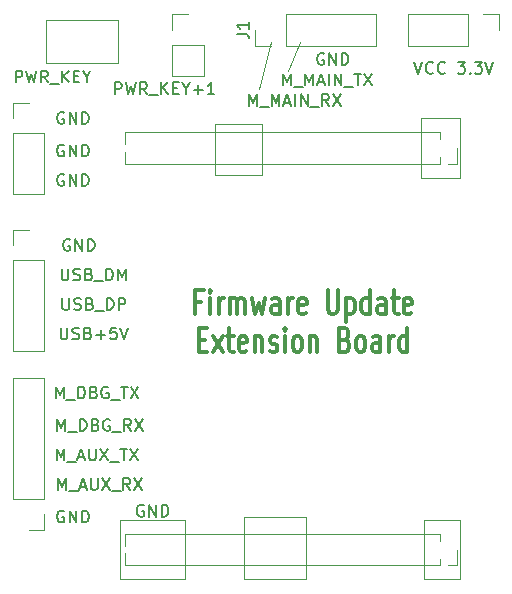
<source format=gbr>
G04 #@! TF.GenerationSoftware,KiCad,Pcbnew,5.99.0-unknown-a5c7d45~86~ubuntu18.04.1*
G04 #@! TF.CreationDate,2020-01-06T17:05:20-05:00*
G04 #@! TF.ProjectId,firmware_upgrade_extension_board,6669726d-7761-4726-955f-757067726164,rev?*
G04 #@! TF.SameCoordinates,Original*
G04 #@! TF.FileFunction,Legend,Top*
G04 #@! TF.FilePolarity,Positive*
%FSLAX46Y46*%
G04 Gerber Fmt 4.6, Leading zero omitted, Abs format (unit mm)*
G04 Created by KiCad (PCBNEW 5.99.0-unknown-a5c7d45~86~ubuntu18.04.1) date 2020-01-06 17:05:20*
%MOMM*%
%LPD*%
G04 APERTURE LIST*
%ADD10C,0.150000*%
%ADD11C,0.120000*%
%ADD12C,0.300000*%
G04 APERTURE END LIST*
D10*
X105988095Y-115750000D02*
X105892857Y-115702380D01*
X105750000Y-115702380D01*
X105607142Y-115750000D01*
X105511904Y-115845238D01*
X105464285Y-115940476D01*
X105416666Y-116130952D01*
X105416666Y-116273809D01*
X105464285Y-116464285D01*
X105511904Y-116559523D01*
X105607142Y-116654761D01*
X105750000Y-116702380D01*
X105845238Y-116702380D01*
X105988095Y-116654761D01*
X106035714Y-116607142D01*
X106035714Y-116273809D01*
X105845238Y-116273809D01*
X106464285Y-116702380D02*
X106464285Y-115702380D01*
X107035714Y-116702380D01*
X107035714Y-115702380D01*
X107511904Y-116702380D02*
X107511904Y-115702380D01*
X107750000Y-115702380D01*
X107892857Y-115750000D01*
X107988095Y-115845238D01*
X108035714Y-115940476D01*
X108083333Y-116130952D01*
X108083333Y-116273809D01*
X108035714Y-116464285D01*
X107988095Y-116559523D01*
X107892857Y-116654761D01*
X107750000Y-116702380D01*
X107511904Y-116702380D01*
X105285714Y-118202380D02*
X105285714Y-119011904D01*
X105333333Y-119107142D01*
X105380952Y-119154761D01*
X105476190Y-119202380D01*
X105666666Y-119202380D01*
X105761904Y-119154761D01*
X105809523Y-119107142D01*
X105857142Y-119011904D01*
X105857142Y-118202380D01*
X106285714Y-119154761D02*
X106428571Y-119202380D01*
X106666666Y-119202380D01*
X106761904Y-119154761D01*
X106809523Y-119107142D01*
X106857142Y-119011904D01*
X106857142Y-118916666D01*
X106809523Y-118821428D01*
X106761904Y-118773809D01*
X106666666Y-118726190D01*
X106476190Y-118678571D01*
X106380952Y-118630952D01*
X106333333Y-118583333D01*
X106285714Y-118488095D01*
X106285714Y-118392857D01*
X106333333Y-118297619D01*
X106380952Y-118250000D01*
X106476190Y-118202380D01*
X106714285Y-118202380D01*
X106857142Y-118250000D01*
X107619047Y-118678571D02*
X107761904Y-118726190D01*
X107809523Y-118773809D01*
X107857142Y-118869047D01*
X107857142Y-119011904D01*
X107809523Y-119107142D01*
X107761904Y-119154761D01*
X107666666Y-119202380D01*
X107285714Y-119202380D01*
X107285714Y-118202380D01*
X107619047Y-118202380D01*
X107714285Y-118250000D01*
X107761904Y-118297619D01*
X107809523Y-118392857D01*
X107809523Y-118488095D01*
X107761904Y-118583333D01*
X107714285Y-118630952D01*
X107619047Y-118678571D01*
X107285714Y-118678571D01*
X108047619Y-119297619D02*
X108809523Y-119297619D01*
X109047619Y-119202380D02*
X109047619Y-118202380D01*
X109285714Y-118202380D01*
X109428571Y-118250000D01*
X109523809Y-118345238D01*
X109571428Y-118440476D01*
X109619047Y-118630952D01*
X109619047Y-118773809D01*
X109571428Y-118964285D01*
X109523809Y-119059523D01*
X109428571Y-119154761D01*
X109285714Y-119202380D01*
X109047619Y-119202380D01*
X110047619Y-119202380D02*
X110047619Y-118202380D01*
X110380952Y-118916666D01*
X110714285Y-118202380D01*
X110714285Y-119202380D01*
X105357142Y-120702380D02*
X105357142Y-121511904D01*
X105404761Y-121607142D01*
X105452380Y-121654761D01*
X105547619Y-121702380D01*
X105738095Y-121702380D01*
X105833333Y-121654761D01*
X105880952Y-121607142D01*
X105928571Y-121511904D01*
X105928571Y-120702380D01*
X106357142Y-121654761D02*
X106500000Y-121702380D01*
X106738095Y-121702380D01*
X106833333Y-121654761D01*
X106880952Y-121607142D01*
X106928571Y-121511904D01*
X106928571Y-121416666D01*
X106880952Y-121321428D01*
X106833333Y-121273809D01*
X106738095Y-121226190D01*
X106547619Y-121178571D01*
X106452380Y-121130952D01*
X106404761Y-121083333D01*
X106357142Y-120988095D01*
X106357142Y-120892857D01*
X106404761Y-120797619D01*
X106452380Y-120750000D01*
X106547619Y-120702380D01*
X106785714Y-120702380D01*
X106928571Y-120750000D01*
X107690476Y-121178571D02*
X107833333Y-121226190D01*
X107880952Y-121273809D01*
X107928571Y-121369047D01*
X107928571Y-121511904D01*
X107880952Y-121607142D01*
X107833333Y-121654761D01*
X107738095Y-121702380D01*
X107357142Y-121702380D01*
X107357142Y-120702380D01*
X107690476Y-120702380D01*
X107785714Y-120750000D01*
X107833333Y-120797619D01*
X107880952Y-120892857D01*
X107880952Y-120988095D01*
X107833333Y-121083333D01*
X107785714Y-121130952D01*
X107690476Y-121178571D01*
X107357142Y-121178571D01*
X108119047Y-121797619D02*
X108880952Y-121797619D01*
X109119047Y-121702380D02*
X109119047Y-120702380D01*
X109357142Y-120702380D01*
X109500000Y-120750000D01*
X109595238Y-120845238D01*
X109642857Y-120940476D01*
X109690476Y-121130952D01*
X109690476Y-121273809D01*
X109642857Y-121464285D01*
X109595238Y-121559523D01*
X109500000Y-121654761D01*
X109357142Y-121702380D01*
X109119047Y-121702380D01*
X110119047Y-121702380D02*
X110119047Y-120702380D01*
X110500000Y-120702380D01*
X110595238Y-120750000D01*
X110642857Y-120797619D01*
X110690476Y-120892857D01*
X110690476Y-121035714D01*
X110642857Y-121130952D01*
X110595238Y-121178571D01*
X110500000Y-121226190D01*
X110119047Y-121226190D01*
X105214285Y-123202380D02*
X105214285Y-124011904D01*
X105261904Y-124107142D01*
X105309523Y-124154761D01*
X105404761Y-124202380D01*
X105595238Y-124202380D01*
X105690476Y-124154761D01*
X105738095Y-124107142D01*
X105785714Y-124011904D01*
X105785714Y-123202380D01*
X106214285Y-124154761D02*
X106357142Y-124202380D01*
X106595238Y-124202380D01*
X106690476Y-124154761D01*
X106738095Y-124107142D01*
X106785714Y-124011904D01*
X106785714Y-123916666D01*
X106738095Y-123821428D01*
X106690476Y-123773809D01*
X106595238Y-123726190D01*
X106404761Y-123678571D01*
X106309523Y-123630952D01*
X106261904Y-123583333D01*
X106214285Y-123488095D01*
X106214285Y-123392857D01*
X106261904Y-123297619D01*
X106309523Y-123250000D01*
X106404761Y-123202380D01*
X106642857Y-123202380D01*
X106785714Y-123250000D01*
X107547619Y-123678571D02*
X107690476Y-123726190D01*
X107738095Y-123773809D01*
X107785714Y-123869047D01*
X107785714Y-124011904D01*
X107738095Y-124107142D01*
X107690476Y-124154761D01*
X107595238Y-124202380D01*
X107214285Y-124202380D01*
X107214285Y-123202380D01*
X107547619Y-123202380D01*
X107642857Y-123250000D01*
X107690476Y-123297619D01*
X107738095Y-123392857D01*
X107738095Y-123488095D01*
X107690476Y-123583333D01*
X107642857Y-123630952D01*
X107547619Y-123678571D01*
X107214285Y-123678571D01*
X108214285Y-123821428D02*
X108976190Y-123821428D01*
X108595238Y-124202380D02*
X108595238Y-123440476D01*
X109928571Y-123202380D02*
X109452380Y-123202380D01*
X109404761Y-123678571D01*
X109452380Y-123630952D01*
X109547619Y-123583333D01*
X109785714Y-123583333D01*
X109880952Y-123630952D01*
X109928571Y-123678571D01*
X109976190Y-123773809D01*
X109976190Y-124011904D01*
X109928571Y-124107142D01*
X109880952Y-124154761D01*
X109785714Y-124202380D01*
X109547619Y-124202380D01*
X109452380Y-124154761D01*
X109404761Y-124107142D01*
X110261904Y-123202380D02*
X110595238Y-124202380D01*
X110928571Y-123202380D01*
D11*
X125500000Y-99000000D02*
X124500000Y-101500000D01*
X123000000Y-99000000D02*
X122000000Y-103000000D01*
D10*
X105000000Y-136952380D02*
X105000000Y-135952380D01*
X105333333Y-136666666D01*
X105666666Y-135952380D01*
X105666666Y-136952380D01*
X105904761Y-137047619D02*
X106666666Y-137047619D01*
X106857142Y-136666666D02*
X107333333Y-136666666D01*
X106761904Y-136952380D02*
X107095238Y-135952380D01*
X107428571Y-136952380D01*
X107761904Y-135952380D02*
X107761904Y-136761904D01*
X107809523Y-136857142D01*
X107857142Y-136904761D01*
X107952380Y-136952380D01*
X108142857Y-136952380D01*
X108238095Y-136904761D01*
X108285714Y-136857142D01*
X108333333Y-136761904D01*
X108333333Y-135952380D01*
X108714285Y-135952380D02*
X109380952Y-136952380D01*
X109380952Y-135952380D02*
X108714285Y-136952380D01*
X109523809Y-137047619D02*
X110285714Y-137047619D01*
X111095238Y-136952380D02*
X110761904Y-136476190D01*
X110523809Y-136952380D02*
X110523809Y-135952380D01*
X110904761Y-135952380D01*
X111000000Y-136000000D01*
X111047619Y-136047619D01*
X111095238Y-136142857D01*
X111095238Y-136285714D01*
X111047619Y-136380952D01*
X111000000Y-136428571D01*
X110904761Y-136476190D01*
X110523809Y-136476190D01*
X111428571Y-135952380D02*
X112095238Y-136952380D01*
X112095238Y-135952380D02*
X111428571Y-136952380D01*
X104869047Y-134452380D02*
X104869047Y-133452380D01*
X105202380Y-134166666D01*
X105535714Y-133452380D01*
X105535714Y-134452380D01*
X105773809Y-134547619D02*
X106535714Y-134547619D01*
X106726190Y-134166666D02*
X107202380Y-134166666D01*
X106630952Y-134452380D02*
X106964285Y-133452380D01*
X107297619Y-134452380D01*
X107630952Y-133452380D02*
X107630952Y-134261904D01*
X107678571Y-134357142D01*
X107726190Y-134404761D01*
X107821428Y-134452380D01*
X108011904Y-134452380D01*
X108107142Y-134404761D01*
X108154761Y-134357142D01*
X108202380Y-134261904D01*
X108202380Y-133452380D01*
X108583333Y-133452380D02*
X109250000Y-134452380D01*
X109250000Y-133452380D02*
X108583333Y-134452380D01*
X109392857Y-134547619D02*
X110154761Y-134547619D01*
X110250000Y-133452380D02*
X110821428Y-133452380D01*
X110535714Y-134452380D02*
X110535714Y-133452380D01*
X111059523Y-133452380D02*
X111726190Y-134452380D01*
X111726190Y-133452380D02*
X111059523Y-134452380D01*
X104928571Y-131952380D02*
X104928571Y-130952380D01*
X105261904Y-131666666D01*
X105595238Y-130952380D01*
X105595238Y-131952380D01*
X105833333Y-132047619D02*
X106595238Y-132047619D01*
X106833333Y-131952380D02*
X106833333Y-130952380D01*
X107071428Y-130952380D01*
X107214285Y-131000000D01*
X107309523Y-131095238D01*
X107357142Y-131190476D01*
X107404761Y-131380952D01*
X107404761Y-131523809D01*
X107357142Y-131714285D01*
X107309523Y-131809523D01*
X107214285Y-131904761D01*
X107071428Y-131952380D01*
X106833333Y-131952380D01*
X108166666Y-131428571D02*
X108309523Y-131476190D01*
X108357142Y-131523809D01*
X108404761Y-131619047D01*
X108404761Y-131761904D01*
X108357142Y-131857142D01*
X108309523Y-131904761D01*
X108214285Y-131952380D01*
X107833333Y-131952380D01*
X107833333Y-130952380D01*
X108166666Y-130952380D01*
X108261904Y-131000000D01*
X108309523Y-131047619D01*
X108357142Y-131142857D01*
X108357142Y-131238095D01*
X108309523Y-131333333D01*
X108261904Y-131380952D01*
X108166666Y-131428571D01*
X107833333Y-131428571D01*
X109357142Y-131000000D02*
X109261904Y-130952380D01*
X109119047Y-130952380D01*
X108976190Y-131000000D01*
X108880952Y-131095238D01*
X108833333Y-131190476D01*
X108785714Y-131380952D01*
X108785714Y-131523809D01*
X108833333Y-131714285D01*
X108880952Y-131809523D01*
X108976190Y-131904761D01*
X109119047Y-131952380D01*
X109214285Y-131952380D01*
X109357142Y-131904761D01*
X109404761Y-131857142D01*
X109404761Y-131523809D01*
X109214285Y-131523809D01*
X109595238Y-132047619D02*
X110357142Y-132047619D01*
X111166666Y-131952380D02*
X110833333Y-131476190D01*
X110595238Y-131952380D02*
X110595238Y-130952380D01*
X110976190Y-130952380D01*
X111071428Y-131000000D01*
X111119047Y-131047619D01*
X111166666Y-131142857D01*
X111166666Y-131285714D01*
X111119047Y-131380952D01*
X111071428Y-131428571D01*
X110976190Y-131476190D01*
X110595238Y-131476190D01*
X111500000Y-130952380D02*
X112166666Y-131952380D01*
X112166666Y-130952380D02*
X111500000Y-131952380D01*
D11*
X115750000Y-139500000D02*
X110250000Y-139500000D01*
X115750000Y-144500000D02*
X115750000Y-139500000D01*
X110250000Y-144500000D02*
X115750000Y-144500000D01*
X110250000Y-139500000D02*
X110250000Y-144500000D01*
X126000000Y-139250000D02*
X120750000Y-139250000D01*
X126000000Y-144500000D02*
X126000000Y-139250000D01*
X120750000Y-144500000D02*
X126000000Y-144500000D01*
X120750000Y-139250000D02*
X120750000Y-144500000D01*
X139000000Y-139500000D02*
X136000000Y-139500000D01*
X139000000Y-144500000D02*
X139000000Y-139500000D01*
X136000000Y-144500000D02*
X139000000Y-144500000D01*
X136000000Y-139500000D02*
X136000000Y-144500000D01*
X139000000Y-110500000D02*
X139000000Y-105500000D01*
X135750000Y-110500000D02*
X139000000Y-110500000D01*
X135750000Y-105500000D02*
X135750000Y-110500000D01*
X139000000Y-105500000D02*
X135750000Y-105500000D01*
X122250000Y-106000000D02*
X118250000Y-106000000D01*
X122250000Y-110250000D02*
X122250000Y-106000000D01*
X118250000Y-110250000D02*
X122250000Y-110250000D01*
X118250000Y-106000000D02*
X118250000Y-110250000D01*
D10*
X112238095Y-138250000D02*
X112142857Y-138202380D01*
X112000000Y-138202380D01*
X111857142Y-138250000D01*
X111761904Y-138345238D01*
X111714285Y-138440476D01*
X111666666Y-138630952D01*
X111666666Y-138773809D01*
X111714285Y-138964285D01*
X111761904Y-139059523D01*
X111857142Y-139154761D01*
X112000000Y-139202380D01*
X112095238Y-139202380D01*
X112238095Y-139154761D01*
X112285714Y-139107142D01*
X112285714Y-138773809D01*
X112095238Y-138773809D01*
X112714285Y-139202380D02*
X112714285Y-138202380D01*
X113285714Y-139202380D01*
X113285714Y-138202380D01*
X113761904Y-139202380D02*
X113761904Y-138202380D01*
X114000000Y-138202380D01*
X114142857Y-138250000D01*
X114238095Y-138345238D01*
X114285714Y-138440476D01*
X114333333Y-138630952D01*
X114333333Y-138773809D01*
X114285714Y-138964285D01*
X114238095Y-139059523D01*
X114142857Y-139154761D01*
X114000000Y-139202380D01*
X113761904Y-139202380D01*
X105488095Y-138750000D02*
X105392857Y-138702380D01*
X105250000Y-138702380D01*
X105107142Y-138750000D01*
X105011904Y-138845238D01*
X104964285Y-138940476D01*
X104916666Y-139130952D01*
X104916666Y-139273809D01*
X104964285Y-139464285D01*
X105011904Y-139559523D01*
X105107142Y-139654761D01*
X105250000Y-139702380D01*
X105345238Y-139702380D01*
X105488095Y-139654761D01*
X105535714Y-139607142D01*
X105535714Y-139273809D01*
X105345238Y-139273809D01*
X105964285Y-139702380D02*
X105964285Y-138702380D01*
X106535714Y-139702380D01*
X106535714Y-138702380D01*
X107011904Y-139702380D02*
X107011904Y-138702380D01*
X107250000Y-138702380D01*
X107392857Y-138750000D01*
X107488095Y-138845238D01*
X107535714Y-138940476D01*
X107583333Y-139130952D01*
X107583333Y-139273809D01*
X107535714Y-139464285D01*
X107488095Y-139559523D01*
X107392857Y-139654761D01*
X107250000Y-139702380D01*
X107011904Y-139702380D01*
X105488095Y-110250000D02*
X105392857Y-110202380D01*
X105250000Y-110202380D01*
X105107142Y-110250000D01*
X105011904Y-110345238D01*
X104964285Y-110440476D01*
X104916666Y-110630952D01*
X104916666Y-110773809D01*
X104964285Y-110964285D01*
X105011904Y-111059523D01*
X105107142Y-111154761D01*
X105250000Y-111202380D01*
X105345238Y-111202380D01*
X105488095Y-111154761D01*
X105535714Y-111107142D01*
X105535714Y-110773809D01*
X105345238Y-110773809D01*
X105964285Y-111202380D02*
X105964285Y-110202380D01*
X106535714Y-111202380D01*
X106535714Y-110202380D01*
X107011904Y-111202380D02*
X107011904Y-110202380D01*
X107250000Y-110202380D01*
X107392857Y-110250000D01*
X107488095Y-110345238D01*
X107535714Y-110440476D01*
X107583333Y-110630952D01*
X107583333Y-110773809D01*
X107535714Y-110964285D01*
X107488095Y-111059523D01*
X107392857Y-111154761D01*
X107250000Y-111202380D01*
X107011904Y-111202380D01*
X105488095Y-105000000D02*
X105392857Y-104952380D01*
X105250000Y-104952380D01*
X105107142Y-105000000D01*
X105011904Y-105095238D01*
X104964285Y-105190476D01*
X104916666Y-105380952D01*
X104916666Y-105523809D01*
X104964285Y-105714285D01*
X105011904Y-105809523D01*
X105107142Y-105904761D01*
X105250000Y-105952380D01*
X105345238Y-105952380D01*
X105488095Y-105904761D01*
X105535714Y-105857142D01*
X105535714Y-105523809D01*
X105345238Y-105523809D01*
X105964285Y-105952380D02*
X105964285Y-104952380D01*
X106535714Y-105952380D01*
X106535714Y-104952380D01*
X107011904Y-105952380D02*
X107011904Y-104952380D01*
X107250000Y-104952380D01*
X107392857Y-105000000D01*
X107488095Y-105095238D01*
X107535714Y-105190476D01*
X107583333Y-105380952D01*
X107583333Y-105523809D01*
X107535714Y-105714285D01*
X107488095Y-105809523D01*
X107392857Y-105904761D01*
X107250000Y-105952380D01*
X107011904Y-105952380D01*
X105488095Y-107750000D02*
X105392857Y-107702380D01*
X105250000Y-107702380D01*
X105107142Y-107750000D01*
X105011904Y-107845238D01*
X104964285Y-107940476D01*
X104916666Y-108130952D01*
X104916666Y-108273809D01*
X104964285Y-108464285D01*
X105011904Y-108559523D01*
X105107142Y-108654761D01*
X105250000Y-108702380D01*
X105345238Y-108702380D01*
X105488095Y-108654761D01*
X105535714Y-108607142D01*
X105535714Y-108273809D01*
X105345238Y-108273809D01*
X105964285Y-108702380D02*
X105964285Y-107702380D01*
X106535714Y-108702380D01*
X106535714Y-107702380D01*
X107011904Y-108702380D02*
X107011904Y-107702380D01*
X107250000Y-107702380D01*
X107392857Y-107750000D01*
X107488095Y-107845238D01*
X107535714Y-107940476D01*
X107583333Y-108130952D01*
X107583333Y-108273809D01*
X107535714Y-108464285D01*
X107488095Y-108559523D01*
X107392857Y-108654761D01*
X107250000Y-108702380D01*
X107011904Y-108702380D01*
X104797619Y-129202380D02*
X104797619Y-128202380D01*
X105130952Y-128916666D01*
X105464285Y-128202380D01*
X105464285Y-129202380D01*
X105702380Y-129297619D02*
X106464285Y-129297619D01*
X106702380Y-129202380D02*
X106702380Y-128202380D01*
X106940476Y-128202380D01*
X107083333Y-128250000D01*
X107178571Y-128345238D01*
X107226190Y-128440476D01*
X107273809Y-128630952D01*
X107273809Y-128773809D01*
X107226190Y-128964285D01*
X107178571Y-129059523D01*
X107083333Y-129154761D01*
X106940476Y-129202380D01*
X106702380Y-129202380D01*
X108035714Y-128678571D02*
X108178571Y-128726190D01*
X108226190Y-128773809D01*
X108273809Y-128869047D01*
X108273809Y-129011904D01*
X108226190Y-129107142D01*
X108178571Y-129154761D01*
X108083333Y-129202380D01*
X107702380Y-129202380D01*
X107702380Y-128202380D01*
X108035714Y-128202380D01*
X108130952Y-128250000D01*
X108178571Y-128297619D01*
X108226190Y-128392857D01*
X108226190Y-128488095D01*
X108178571Y-128583333D01*
X108130952Y-128630952D01*
X108035714Y-128678571D01*
X107702380Y-128678571D01*
X109226190Y-128250000D02*
X109130952Y-128202380D01*
X108988095Y-128202380D01*
X108845238Y-128250000D01*
X108750000Y-128345238D01*
X108702380Y-128440476D01*
X108654761Y-128630952D01*
X108654761Y-128773809D01*
X108702380Y-128964285D01*
X108750000Y-129059523D01*
X108845238Y-129154761D01*
X108988095Y-129202380D01*
X109083333Y-129202380D01*
X109226190Y-129154761D01*
X109273809Y-129107142D01*
X109273809Y-128773809D01*
X109083333Y-128773809D01*
X109464285Y-129297619D02*
X110226190Y-129297619D01*
X110321428Y-128202380D02*
X110892857Y-128202380D01*
X110607142Y-129202380D02*
X110607142Y-128202380D01*
X111130952Y-128202380D02*
X111797619Y-129202380D01*
X111797619Y-128202380D02*
X111130952Y-129202380D01*
X135166666Y-100702380D02*
X135500000Y-101702380D01*
X135833333Y-100702380D01*
X136738095Y-101607142D02*
X136690476Y-101654761D01*
X136547619Y-101702380D01*
X136452380Y-101702380D01*
X136309523Y-101654761D01*
X136214285Y-101559523D01*
X136166666Y-101464285D01*
X136119047Y-101273809D01*
X136119047Y-101130952D01*
X136166666Y-100940476D01*
X136214285Y-100845238D01*
X136309523Y-100750000D01*
X136452380Y-100702380D01*
X136547619Y-100702380D01*
X136690476Y-100750000D01*
X136738095Y-100797619D01*
X137738095Y-101607142D02*
X137690476Y-101654761D01*
X137547619Y-101702380D01*
X137452380Y-101702380D01*
X137309523Y-101654761D01*
X137214285Y-101559523D01*
X137166666Y-101464285D01*
X137119047Y-101273809D01*
X137119047Y-101130952D01*
X137166666Y-100940476D01*
X137214285Y-100845238D01*
X137309523Y-100750000D01*
X137452380Y-100702380D01*
X137547619Y-100702380D01*
X137690476Y-100750000D01*
X137738095Y-100797619D01*
X138833333Y-100702380D02*
X139452380Y-100702380D01*
X139119047Y-101083333D01*
X139261904Y-101083333D01*
X139357142Y-101130952D01*
X139404761Y-101178571D01*
X139452380Y-101273809D01*
X139452380Y-101511904D01*
X139404761Y-101607142D01*
X139357142Y-101654761D01*
X139261904Y-101702380D01*
X138976190Y-101702380D01*
X138880952Y-101654761D01*
X138833333Y-101607142D01*
X139880952Y-101607142D02*
X139928571Y-101654761D01*
X139880952Y-101702380D01*
X139833333Y-101654761D01*
X139880952Y-101607142D01*
X139880952Y-101702380D01*
X140261904Y-100702380D02*
X140880952Y-100702380D01*
X140547619Y-101083333D01*
X140690476Y-101083333D01*
X140785714Y-101130952D01*
X140833333Y-101178571D01*
X140880952Y-101273809D01*
X140880952Y-101511904D01*
X140833333Y-101607142D01*
X140785714Y-101654761D01*
X140690476Y-101702380D01*
X140404761Y-101702380D01*
X140309523Y-101654761D01*
X140261904Y-101607142D01*
X141166666Y-100702380D02*
X141500000Y-101702380D01*
X141833333Y-100702380D01*
X109809523Y-103452380D02*
X109809523Y-102452380D01*
X110190476Y-102452380D01*
X110285714Y-102500000D01*
X110333333Y-102547619D01*
X110380952Y-102642857D01*
X110380952Y-102785714D01*
X110333333Y-102880952D01*
X110285714Y-102928571D01*
X110190476Y-102976190D01*
X109809523Y-102976190D01*
X110714285Y-102452380D02*
X110952380Y-103452380D01*
X111142857Y-102738095D01*
X111333333Y-103452380D01*
X111571428Y-102452380D01*
X112523809Y-103452380D02*
X112190476Y-102976190D01*
X111952380Y-103452380D02*
X111952380Y-102452380D01*
X112333333Y-102452380D01*
X112428571Y-102500000D01*
X112476190Y-102547619D01*
X112523809Y-102642857D01*
X112523809Y-102785714D01*
X112476190Y-102880952D01*
X112428571Y-102928571D01*
X112333333Y-102976190D01*
X111952380Y-102976190D01*
X112714285Y-103547619D02*
X113476190Y-103547619D01*
X113714285Y-103452380D02*
X113714285Y-102452380D01*
X114285714Y-103452380D02*
X113857142Y-102880952D01*
X114285714Y-102452380D02*
X113714285Y-103023809D01*
X114714285Y-102928571D02*
X115047619Y-102928571D01*
X115190476Y-103452380D02*
X114714285Y-103452380D01*
X114714285Y-102452380D01*
X115190476Y-102452380D01*
X115809523Y-102976190D02*
X115809523Y-103452380D01*
X115476190Y-102452380D02*
X115809523Y-102976190D01*
X116142857Y-102452380D01*
X116476190Y-103071428D02*
X117238095Y-103071428D01*
X116857142Y-103452380D02*
X116857142Y-102690476D01*
X118238095Y-103452380D02*
X117666666Y-103452380D01*
X117952380Y-103452380D02*
X117952380Y-102452380D01*
X117857142Y-102595238D01*
X117761904Y-102690476D01*
X117666666Y-102738095D01*
X101404761Y-102452380D02*
X101404761Y-101452380D01*
X101785714Y-101452380D01*
X101880952Y-101500000D01*
X101928571Y-101547619D01*
X101976190Y-101642857D01*
X101976190Y-101785714D01*
X101928571Y-101880952D01*
X101880952Y-101928571D01*
X101785714Y-101976190D01*
X101404761Y-101976190D01*
X102309523Y-101452380D02*
X102547619Y-102452380D01*
X102738095Y-101738095D01*
X102928571Y-102452380D01*
X103166666Y-101452380D01*
X104119047Y-102452380D02*
X103785714Y-101976190D01*
X103547619Y-102452380D02*
X103547619Y-101452380D01*
X103928571Y-101452380D01*
X104023809Y-101500000D01*
X104071428Y-101547619D01*
X104119047Y-101642857D01*
X104119047Y-101785714D01*
X104071428Y-101880952D01*
X104023809Y-101928571D01*
X103928571Y-101976190D01*
X103547619Y-101976190D01*
X104309523Y-102547619D02*
X105071428Y-102547619D01*
X105309523Y-102452380D02*
X105309523Y-101452380D01*
X105880952Y-102452380D02*
X105452380Y-101880952D01*
X105880952Y-101452380D02*
X105309523Y-102023809D01*
X106309523Y-101928571D02*
X106642857Y-101928571D01*
X106785714Y-102452380D02*
X106309523Y-102452380D01*
X106309523Y-101452380D01*
X106785714Y-101452380D01*
X107404761Y-101976190D02*
X107404761Y-102452380D01*
X107071428Y-101452380D02*
X107404761Y-101976190D01*
X107738095Y-101452380D01*
X127488095Y-100000000D02*
X127392857Y-99952380D01*
X127250000Y-99952380D01*
X127107142Y-100000000D01*
X127011904Y-100095238D01*
X126964285Y-100190476D01*
X126916666Y-100380952D01*
X126916666Y-100523809D01*
X126964285Y-100714285D01*
X127011904Y-100809523D01*
X127107142Y-100904761D01*
X127250000Y-100952380D01*
X127345238Y-100952380D01*
X127488095Y-100904761D01*
X127535714Y-100857142D01*
X127535714Y-100523809D01*
X127345238Y-100523809D01*
X127964285Y-100952380D02*
X127964285Y-99952380D01*
X128535714Y-100952380D01*
X128535714Y-99952380D01*
X129011904Y-100952380D02*
X129011904Y-99952380D01*
X129250000Y-99952380D01*
X129392857Y-100000000D01*
X129488095Y-100095238D01*
X129535714Y-100190476D01*
X129583333Y-100380952D01*
X129583333Y-100523809D01*
X129535714Y-100714285D01*
X129488095Y-100809523D01*
X129392857Y-100904761D01*
X129250000Y-100952380D01*
X129011904Y-100952380D01*
X124035714Y-102702380D02*
X124035714Y-101702380D01*
X124369047Y-102416666D01*
X124702380Y-101702380D01*
X124702380Y-102702380D01*
X124940476Y-102797619D02*
X125702380Y-102797619D01*
X125940476Y-102702380D02*
X125940476Y-101702380D01*
X126273809Y-102416666D01*
X126607142Y-101702380D01*
X126607142Y-102702380D01*
X127035714Y-102416666D02*
X127511904Y-102416666D01*
X126940476Y-102702380D02*
X127273809Y-101702380D01*
X127607142Y-102702380D01*
X127940476Y-102702380D02*
X127940476Y-101702380D01*
X128416666Y-102702380D02*
X128416666Y-101702380D01*
X128988095Y-102702380D01*
X128988095Y-101702380D01*
X129226190Y-102797619D02*
X129988095Y-102797619D01*
X130083333Y-101702380D02*
X130654761Y-101702380D01*
X130369047Y-102702380D02*
X130369047Y-101702380D01*
X130892857Y-101702380D02*
X131559523Y-102702380D01*
X131559523Y-101702380D02*
X130892857Y-102702380D01*
X121166666Y-104452380D02*
X121166666Y-103452380D01*
X121500000Y-104166666D01*
X121833333Y-103452380D01*
X121833333Y-104452380D01*
X122071428Y-104547619D02*
X122833333Y-104547619D01*
X123071428Y-104452380D02*
X123071428Y-103452380D01*
X123404761Y-104166666D01*
X123738095Y-103452380D01*
X123738095Y-104452380D01*
X124166666Y-104166666D02*
X124642857Y-104166666D01*
X124071428Y-104452380D02*
X124404761Y-103452380D01*
X124738095Y-104452380D01*
X125071428Y-104452380D02*
X125071428Y-103452380D01*
X125547619Y-104452380D02*
X125547619Y-103452380D01*
X126119047Y-104452380D01*
X126119047Y-103452380D01*
X126357142Y-104547619D02*
X127119047Y-104547619D01*
X127928571Y-104452380D02*
X127595238Y-103976190D01*
X127357142Y-104452380D02*
X127357142Y-103452380D01*
X127738095Y-103452380D01*
X127833333Y-103500000D01*
X127880952Y-103547619D01*
X127928571Y-103642857D01*
X127928571Y-103785714D01*
X127880952Y-103880952D01*
X127833333Y-103928571D01*
X127738095Y-103976190D01*
X127357142Y-103976190D01*
X128261904Y-103452380D02*
X128928571Y-104452380D01*
X128928571Y-103452380D02*
X128261904Y-104452380D01*
D12*
X117107142Y-120997142D02*
X116607142Y-120997142D01*
X116607142Y-122044761D02*
X116607142Y-120044761D01*
X117321428Y-120044761D01*
X117892857Y-122044761D02*
X117892857Y-120711428D01*
X117892857Y-120044761D02*
X117821428Y-120140000D01*
X117892857Y-120235238D01*
X117964285Y-120140000D01*
X117892857Y-120044761D01*
X117892857Y-120235238D01*
X118607142Y-122044761D02*
X118607142Y-120711428D01*
X118607142Y-121092380D02*
X118678571Y-120901904D01*
X118750000Y-120806666D01*
X118892857Y-120711428D01*
X119035714Y-120711428D01*
X119535714Y-122044761D02*
X119535714Y-120711428D01*
X119535714Y-120901904D02*
X119607142Y-120806666D01*
X119750000Y-120711428D01*
X119964285Y-120711428D01*
X120107142Y-120806666D01*
X120178571Y-120997142D01*
X120178571Y-122044761D01*
X120178571Y-120997142D02*
X120250000Y-120806666D01*
X120392857Y-120711428D01*
X120607142Y-120711428D01*
X120750000Y-120806666D01*
X120821428Y-120997142D01*
X120821428Y-122044761D01*
X121392857Y-120711428D02*
X121678571Y-122044761D01*
X121964285Y-121092380D01*
X122250000Y-122044761D01*
X122535714Y-120711428D01*
X123750000Y-122044761D02*
X123750000Y-120997142D01*
X123678571Y-120806666D01*
X123535714Y-120711428D01*
X123250000Y-120711428D01*
X123107142Y-120806666D01*
X123750000Y-121949523D02*
X123607142Y-122044761D01*
X123250000Y-122044761D01*
X123107142Y-121949523D01*
X123035714Y-121759047D01*
X123035714Y-121568571D01*
X123107142Y-121378095D01*
X123250000Y-121282857D01*
X123607142Y-121282857D01*
X123750000Y-121187619D01*
X124464285Y-122044761D02*
X124464285Y-120711428D01*
X124464285Y-121092380D02*
X124535714Y-120901904D01*
X124607142Y-120806666D01*
X124750000Y-120711428D01*
X124892857Y-120711428D01*
X125964285Y-121949523D02*
X125821428Y-122044761D01*
X125535714Y-122044761D01*
X125392857Y-121949523D01*
X125321428Y-121759047D01*
X125321428Y-120997142D01*
X125392857Y-120806666D01*
X125535714Y-120711428D01*
X125821428Y-120711428D01*
X125964285Y-120806666D01*
X126035714Y-120997142D01*
X126035714Y-121187619D01*
X125321428Y-121378095D01*
X127821428Y-120044761D02*
X127821428Y-121663809D01*
X127892857Y-121854285D01*
X127964285Y-121949523D01*
X128107142Y-122044761D01*
X128392857Y-122044761D01*
X128535714Y-121949523D01*
X128607142Y-121854285D01*
X128678571Y-121663809D01*
X128678571Y-120044761D01*
X129392857Y-120711428D02*
X129392857Y-122711428D01*
X129392857Y-120806666D02*
X129535714Y-120711428D01*
X129821428Y-120711428D01*
X129964285Y-120806666D01*
X130035714Y-120901904D01*
X130107142Y-121092380D01*
X130107142Y-121663809D01*
X130035714Y-121854285D01*
X129964285Y-121949523D01*
X129821428Y-122044761D01*
X129535714Y-122044761D01*
X129392857Y-121949523D01*
X131392857Y-122044761D02*
X131392857Y-120044761D01*
X131392857Y-121949523D02*
X131250000Y-122044761D01*
X130964285Y-122044761D01*
X130821428Y-121949523D01*
X130750000Y-121854285D01*
X130678571Y-121663809D01*
X130678571Y-121092380D01*
X130750000Y-120901904D01*
X130821428Y-120806666D01*
X130964285Y-120711428D01*
X131250000Y-120711428D01*
X131392857Y-120806666D01*
X132750000Y-122044761D02*
X132750000Y-120997142D01*
X132678571Y-120806666D01*
X132535714Y-120711428D01*
X132250000Y-120711428D01*
X132107142Y-120806666D01*
X132750000Y-121949523D02*
X132607142Y-122044761D01*
X132250000Y-122044761D01*
X132107142Y-121949523D01*
X132035714Y-121759047D01*
X132035714Y-121568571D01*
X132107142Y-121378095D01*
X132250000Y-121282857D01*
X132607142Y-121282857D01*
X132750000Y-121187619D01*
X133250000Y-120711428D02*
X133821428Y-120711428D01*
X133464285Y-120044761D02*
X133464285Y-121759047D01*
X133535714Y-121949523D01*
X133678571Y-122044761D01*
X133821428Y-122044761D01*
X134892857Y-121949523D02*
X134750000Y-122044761D01*
X134464285Y-122044761D01*
X134321428Y-121949523D01*
X134250000Y-121759047D01*
X134250000Y-120997142D01*
X134321428Y-120806666D01*
X134464285Y-120711428D01*
X134750000Y-120711428D01*
X134892857Y-120806666D01*
X134964285Y-120997142D01*
X134964285Y-121187619D01*
X134250000Y-121378095D01*
X116928571Y-124217142D02*
X117428571Y-124217142D01*
X117642857Y-125264761D02*
X116928571Y-125264761D01*
X116928571Y-123264761D01*
X117642857Y-123264761D01*
X118142857Y-125264761D02*
X118928571Y-123931428D01*
X118142857Y-123931428D02*
X118928571Y-125264761D01*
X119285714Y-123931428D02*
X119857142Y-123931428D01*
X119500000Y-123264761D02*
X119500000Y-124979047D01*
X119571428Y-125169523D01*
X119714285Y-125264761D01*
X119857142Y-125264761D01*
X120928571Y-125169523D02*
X120785714Y-125264761D01*
X120500000Y-125264761D01*
X120357142Y-125169523D01*
X120285714Y-124979047D01*
X120285714Y-124217142D01*
X120357142Y-124026666D01*
X120500000Y-123931428D01*
X120785714Y-123931428D01*
X120928571Y-124026666D01*
X121000000Y-124217142D01*
X121000000Y-124407619D01*
X120285714Y-124598095D01*
X121642857Y-123931428D02*
X121642857Y-125264761D01*
X121642857Y-124121904D02*
X121714285Y-124026666D01*
X121857142Y-123931428D01*
X122071428Y-123931428D01*
X122214285Y-124026666D01*
X122285714Y-124217142D01*
X122285714Y-125264761D01*
X122928571Y-125169523D02*
X123071428Y-125264761D01*
X123357142Y-125264761D01*
X123500000Y-125169523D01*
X123571428Y-124979047D01*
X123571428Y-124883809D01*
X123500000Y-124693333D01*
X123357142Y-124598095D01*
X123142857Y-124598095D01*
X123000000Y-124502857D01*
X122928571Y-124312380D01*
X122928571Y-124217142D01*
X123000000Y-124026666D01*
X123142857Y-123931428D01*
X123357142Y-123931428D01*
X123500000Y-124026666D01*
X124214285Y-125264761D02*
X124214285Y-123931428D01*
X124214285Y-123264761D02*
X124142857Y-123360000D01*
X124214285Y-123455238D01*
X124285714Y-123360000D01*
X124214285Y-123264761D01*
X124214285Y-123455238D01*
X125142857Y-125264761D02*
X125000000Y-125169523D01*
X124928571Y-125074285D01*
X124857142Y-124883809D01*
X124857142Y-124312380D01*
X124928571Y-124121904D01*
X125000000Y-124026666D01*
X125142857Y-123931428D01*
X125357142Y-123931428D01*
X125500000Y-124026666D01*
X125571428Y-124121904D01*
X125642857Y-124312380D01*
X125642857Y-124883809D01*
X125571428Y-125074285D01*
X125500000Y-125169523D01*
X125357142Y-125264761D01*
X125142857Y-125264761D01*
X126285714Y-123931428D02*
X126285714Y-125264761D01*
X126285714Y-124121904D02*
X126357142Y-124026666D01*
X126500000Y-123931428D01*
X126714285Y-123931428D01*
X126857142Y-124026666D01*
X126928571Y-124217142D01*
X126928571Y-125264761D01*
X129285714Y-124217142D02*
X129500000Y-124312380D01*
X129571428Y-124407619D01*
X129642857Y-124598095D01*
X129642857Y-124883809D01*
X129571428Y-125074285D01*
X129500000Y-125169523D01*
X129357142Y-125264761D01*
X128785714Y-125264761D01*
X128785714Y-123264761D01*
X129285714Y-123264761D01*
X129428571Y-123360000D01*
X129500000Y-123455238D01*
X129571428Y-123645714D01*
X129571428Y-123836190D01*
X129500000Y-124026666D01*
X129428571Y-124121904D01*
X129285714Y-124217142D01*
X128785714Y-124217142D01*
X130500000Y-125264761D02*
X130357142Y-125169523D01*
X130285714Y-125074285D01*
X130214285Y-124883809D01*
X130214285Y-124312380D01*
X130285714Y-124121904D01*
X130357142Y-124026666D01*
X130500000Y-123931428D01*
X130714285Y-123931428D01*
X130857142Y-124026666D01*
X130928571Y-124121904D01*
X131000000Y-124312380D01*
X131000000Y-124883809D01*
X130928571Y-125074285D01*
X130857142Y-125169523D01*
X130714285Y-125264761D01*
X130500000Y-125264761D01*
X132285714Y-125264761D02*
X132285714Y-124217142D01*
X132214285Y-124026666D01*
X132071428Y-123931428D01*
X131785714Y-123931428D01*
X131642857Y-124026666D01*
X132285714Y-125169523D02*
X132142857Y-125264761D01*
X131785714Y-125264761D01*
X131642857Y-125169523D01*
X131571428Y-124979047D01*
X131571428Y-124788571D01*
X131642857Y-124598095D01*
X131785714Y-124502857D01*
X132142857Y-124502857D01*
X132285714Y-124407619D01*
X132999999Y-125264761D02*
X132999999Y-123931428D01*
X132999999Y-124312380D02*
X133071428Y-124121904D01*
X133142857Y-124026666D01*
X133285714Y-123931428D01*
X133428571Y-123931428D01*
X134571428Y-125264761D02*
X134571428Y-123264761D01*
X134571428Y-125169523D02*
X134428571Y-125264761D01*
X134142857Y-125264761D01*
X134000000Y-125169523D01*
X133928571Y-125074285D01*
X133857142Y-124883809D01*
X133857142Y-124312380D01*
X133928571Y-124121904D01*
X134000000Y-124026666D01*
X134142857Y-123931428D01*
X134428571Y-123931428D01*
X134571428Y-124026666D01*
D11*
X101170000Y-125200000D02*
X103830000Y-125200000D01*
X101170000Y-117520000D02*
X101170000Y-125200000D01*
X103830000Y-117520000D02*
X103830000Y-125200000D01*
X101170000Y-117520000D02*
X103830000Y-117520000D01*
X101170000Y-116250000D02*
X101170000Y-114920000D01*
X101170000Y-114920000D02*
X102500000Y-114920000D01*
X131950000Y-99330000D02*
X131950000Y-96670000D01*
X124270000Y-99330000D02*
X131950000Y-99330000D01*
X124270000Y-96670000D02*
X131950000Y-96670000D01*
X124270000Y-99330000D02*
X124270000Y-96670000D01*
X123000000Y-99330000D02*
X121670000Y-99330000D01*
X121670000Y-99330000D02*
X121670000Y-98000000D01*
X103990000Y-97140000D02*
X110110000Y-97140000D01*
X110110000Y-97140000D02*
X110110000Y-100760000D01*
X103990000Y-100760000D02*
X103990000Y-97140000D01*
X110110000Y-100760000D02*
X103990000Y-100760000D01*
X103830000Y-140330000D02*
X102500000Y-140330000D01*
X103830000Y-139000000D02*
X103830000Y-140330000D01*
X103830000Y-137730000D02*
X101170000Y-137730000D01*
X101170000Y-137730000D02*
X101170000Y-127510000D01*
X103830000Y-137730000D02*
X103830000Y-127510000D01*
X103830000Y-127510000D02*
X101170000Y-127510000D01*
X101170000Y-104170000D02*
X102500000Y-104170000D01*
X101170000Y-105500000D02*
X101170000Y-104170000D01*
X101170000Y-106770000D02*
X103830000Y-106770000D01*
X103830000Y-106770000D02*
X103830000Y-111910000D01*
X101170000Y-106770000D02*
X101170000Y-111910000D01*
X101170000Y-111910000D02*
X103830000Y-111910000D01*
X142330000Y-96670000D02*
X142330000Y-98000000D01*
X141000000Y-96670000D02*
X142330000Y-96670000D01*
X139730000Y-96670000D02*
X139730000Y-99330000D01*
X139730000Y-99330000D02*
X134590000Y-99330000D01*
X139730000Y-96670000D02*
X134590000Y-96670000D01*
X134590000Y-96670000D02*
X134590000Y-99330000D01*
X114670000Y-96670000D02*
X116000000Y-96670000D01*
X114670000Y-98000000D02*
X114670000Y-96670000D01*
X114670000Y-99270000D02*
X117330000Y-99270000D01*
X117330000Y-99270000D02*
X117330000Y-101870000D01*
X114670000Y-99270000D02*
X114670000Y-101870000D01*
X114670000Y-101870000D02*
X117330000Y-101870000D01*
X138760000Y-142000000D02*
X138760000Y-143330000D01*
X138760000Y-143330000D02*
X138000000Y-143330000D01*
X137365000Y-143330000D02*
X110635000Y-143330000D01*
X110635000Y-142307530D02*
X110635000Y-143330000D01*
X110635000Y-140670000D02*
X110635000Y-141692470D01*
X137365000Y-140670000D02*
X110635000Y-140670000D01*
X137365000Y-142760000D02*
X137365000Y-143330000D01*
X137365000Y-140670000D02*
X137365000Y-141240000D01*
X138760000Y-108000000D02*
X138760000Y-109330000D01*
X138760000Y-109330000D02*
X138000000Y-109330000D01*
X137365000Y-109330000D02*
X110635000Y-109330000D01*
X110635000Y-108307530D02*
X110635000Y-109330000D01*
X110635000Y-106670000D02*
X110635000Y-107692470D01*
X137365000Y-106670000D02*
X110635000Y-106670000D01*
X137365000Y-108760000D02*
X137365000Y-109330000D01*
X137365000Y-106670000D02*
X137365000Y-107240000D01*
D10*
X120122380Y-98333333D02*
X120836666Y-98333333D01*
X120979523Y-98380952D01*
X121074761Y-98476190D01*
X121122380Y-98619047D01*
X121122380Y-98714285D01*
X121122380Y-97333333D02*
X121122380Y-97904761D01*
X121122380Y-97619047D02*
X120122380Y-97619047D01*
X120265238Y-97714285D01*
X120360476Y-97809523D01*
X120408095Y-97904761D01*
M02*

</source>
